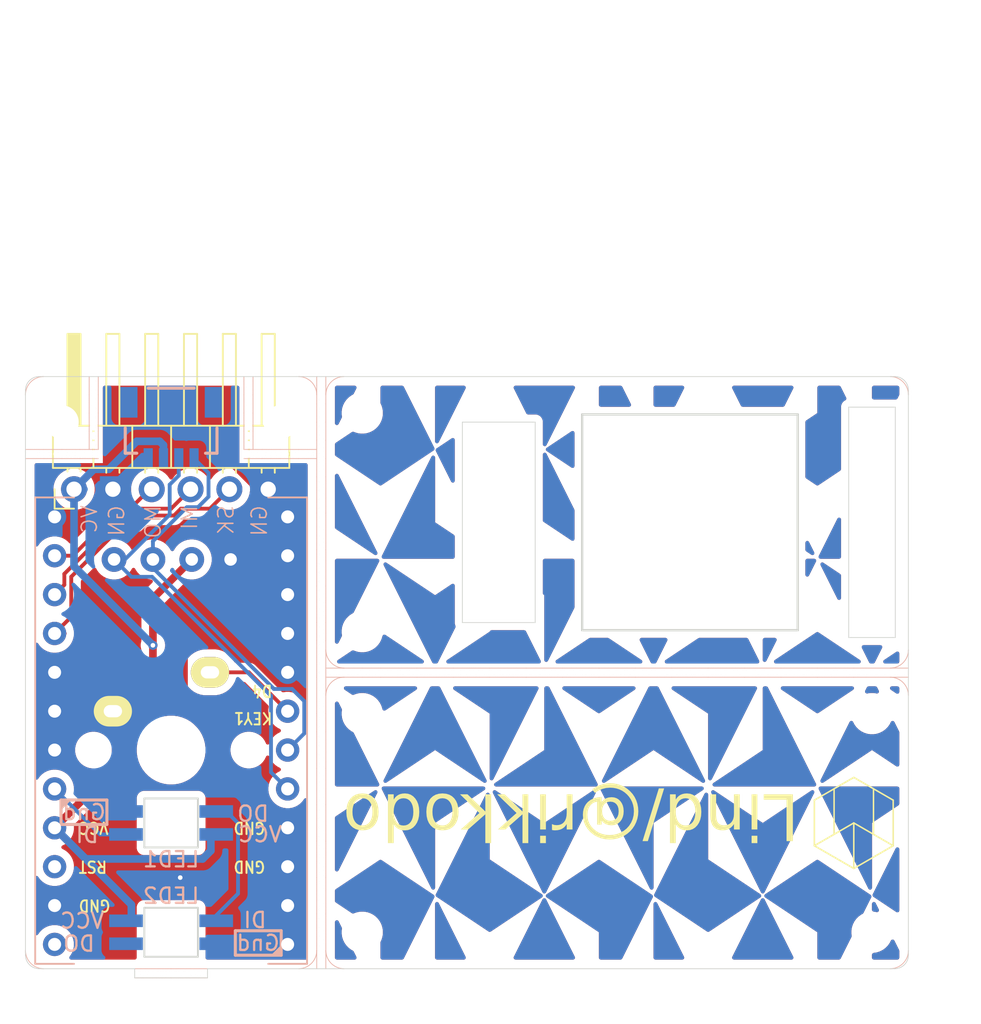
<source format=kicad_pcb>
(kicad_pcb (version 20241229) (generator "pcbnew") (generator_version "9.0")
  (layers (0 "F.Cu" signal) (2 "B.Cu" signal) (13 "F.Paste" user) (15 "B.Paste" user) (5 "F.SilkS" user "F.Silkscreen") (7 "B.SilkS" user "B.Silkscreen") (1 "F.Mask" user) (3 "B.Mask" user) (25 "Edge.Cuts" user))
  (net 0 "")
  (net 1 "SCL")
  (net 2 "SDA")
  (net 3 "LED")
  (net 5 "GND")
  (net 6 "VCC")
  (net 7 "KEY1")
  (net 8 "Net-(LED1-DOUT)")
  (net 13 "SCLK")
  (net 14 "MISO")
  (net 15 "MOSI")
  (footprint "Rikkodo_FootPrint:rkd_cutdot_no_edgecut_1" (layer "F.Cu") (at 78.283884 58.340576 -90)
    (property "Reference" "REF**" (hide yes))
    (property "Value" "rkd_cutdot_no_edgecut_1" (hide yes))
  )
  (footprint "Rikkodo_FootPrint:rkd_cutdot_no_edgecut_4" (layer "F.Cu") (at 93.166328 63.103072 90)
    (property "Reference" "REF**" (hide yes))
    (property "Value" "rkd_cutdot_no_edgecut_4" (hide yes))
  )
  (footprint "Rikkodo_FootPrint:rkd_cutdot_no_edgecut_1" (layer "F.Cu") (at 93.166328 57.745264 -90)
    (property "Reference" "REF**" (hide yes))
    (property "Value" "rkd_cutdot_no_edgecut_1" (hide yes))
  )
  (footprint "Connector_PinHeader_2.54mm:PinHeader_1x06_P2.54mm_Horizontal" (layer "F.Cu") (at 76.99375 61.535 90)
    (property "Reference" "J1" (hide yes))
    (property "Value" "Conn_01x06")
  )
  (footprint "Rikkodo_FootPrint:rkd_cutdot_no_edgecut_4" (layer "F.Cu") (at 93.166328 79.771808 90)
    (property "Reference" "REF**" (hide yes))
    (property "Value" "rkd_cutdot_no_edgecut_4" (hide yes))
  )
  (footprint "Rikkodo_FootPrint:rkd_cutdot_no_edgecut_4" (layer "F.Cu") (at 93.165616 73.818461 90)
    (property "Reference" "REF**" (hide yes))
    (property "Value" "rkd_cutdot_no_edgecut_4" (hide yes))
  )
  (footprint "Rikkodo_FootPrint:rkd_cutdot_no_edgecut_1" (layer "F.Cu") (at 74.414 59.233544 180)
    (property "Reference" "REF**" (hide yes))
    (property "Value" "rkd_cutdot_no_edgecut_1" (hide yes))
  )
  (footprint "Rikkodo_FootPrint:rkd_cutdot_no_edgecut_4" (layer "F.Cu") (at 93.166328 84.534304 90)
    (property "Reference" "REF**" (hide yes))
    (property "Value" "rkd_cutdot_no_edgecut_4" (hide yes))
  )
  (footprint "kbd_Hole:m2_Screw_Hole" (layer "F.Cu") (at 95.845214 90.487564 90)
    (property "Reference" "Ref**")
    (property "Value" "Val**")
  )
  (footprint "kbd_Hole:m2_Screw_Hole" (layer "F.Cu") (at 129.182921 90.487576 90)
    (property "Reference" "Ref**")
    (property "Value" "Val**")
  )
  (footprint "Rikkodo_FootPrint:rkd_cutdot_no_edgecut_1" (layer "F.Cu") (at 88.403832 55.959328 -90)
    (property "Reference" "REF**" (hide yes))
    (property "Value" "rkd_cutdot_no_edgecut_1" (hide yes))
  )
  (footprint "Rikkodo_FootPrint:rkd_cutdot_no_edgecut_1" (layer "F.Cu") (at 93.166328 70.842128 90)
    (property "Reference" "REF**" (hide yes))
    (property "Value" "rkd_cutdot_no_edgecut_1" (hide yes))
  )
  (footprint "kbd_Parts:LED_SK6812MINI-E_BL" (layer "F.Cu") (at 83.34375 83.34375)
    (property "Reference" "LED1")
    (property "Value" "LED_SK6812MINI-E")
    (fp_line (start -1.75 -1.6) (end 1.75 -1.6) (stroke (width 0.12)) (layer "Edge.Cuts"))
    (fp_line (start -1.75 1.6) (end -1.75 -1.6) (stroke (width 0.12)) (layer "Edge.Cuts"))
    (fp_line (start 1.75 -1.6) (end 1.75 1.6) (stroke (width 0.12)) (layer "Edge.Cuts"))
    (fp_line (start 1.75 1.6) (end -1.75 1.6) (stroke (width 0.12)) (layer "Edge.Cuts"))
  )
  (footprint "Rikkodo_FootPrint:rkd_cutdot_no_edgecut_1" (layer "F.Cu") (at 96.440544 73.521032 180)
    (property "Reference" "REF**" (hide yes))
    (property "Value" "rkd_cutdot_no_edgecut_1" (hide yes))
  )
  (footprint "Rikkodo_FootPrint:rkd_cutdot_no_edgecut_1" (layer "F.Cu") (at 130.96864 73.521032)
    (property "Reference" "REF**" (hide yes))
    (property "Value" "rkd_cutdot_no_edgecut_1" (hide yes))
  )
  (footprint "BrownSugar_KBD:OLED_center_display" (layer "F.Cu") (at 83.423125 47.625)
    (property "Reference" "OL1")
    (property "Value" "OLED")
  )
  (footprint "kbd_Hole:m2_Screw_Hole" (layer "F.Cu") (at 95.845214 56.554634 90)
    (property "Reference" "Ref**")
    (property "Value" "Val**")
  )
  (footprint "Rikkodo_FootPrint:rkd_cutdot_no_edgecut_1" (layer "F.Cu") (at 95.24992 73.521032 180)
    (property "Reference" "REF**" (hide yes))
    (property "Value" "rkd_cutdot_no_edgecut_1" (hide yes))
  )
  (footprint "Rikkodo_FootPrint:rkd_cutdot_no_edgecut_1" (layer "F.Cu") (at 93.166328 76.795248 -90)
    (property "Reference" "REF**" (hide yes))
    (property "Value" "rkd_cutdot_no_edgecut_1" (hide yes))
  )
  (footprint "Rikkodo_FootPrint:rkd_cutdot_no_edgecut_1" (layer "F.Cu") (at 92.273718 59.233544 180)
    (property "Reference" "REF**" (hide yes))
    (property "Value" "rkd_cutdot_no_edgecut_1" (hide yes))
  )
  (footprint "Rikkodo_FootPrint:rkd_cutdot_no_edgecut_1" (layer "F.Cu") (at 88.403832 54.768704 -90)
    (property "Reference" "REF**" (hide yes))
    (property "Value" "rkd_cutdot_no_edgecut_1" (hide yes))
  )
  (footprint "kbd_Parts:LED_SK6812MINI-E_BL" (layer "F.Cu") (at 83.34375 90.4875 180)
    (property "Reference" "LED2")
    (property "Value" "LED_SK6812MINI-E")
    (fp_line (start 1.75 1.6) (end -1.75 1.6) (stroke (width 0.12)) (layer "Edge.Cuts"))
    (fp_line (start 1.75 -1.6) (end 1.75 1.6) (stroke (width 0.12)) (layer "Edge.Cuts"))
    (fp_line (start -1.75 1.6) (end -1.75 -1.6) (stroke (width 0.12)) (layer "Edge.Cuts"))
    (fp_line (start -1.75 -1.6) (end 1.75 -1.6) (stroke (width 0.12)) (layer "Edge.Cuts"))
  )
  (footprint "Rikkodo_FootPrint:rkd_cutdot_no_edgecut_4" (layer "F.Cu") (at 118.467088 73.521032)
    (property "Reference" "REF**" (hide yes))
    (property "Value" "rkd_cutdot_no_edgecut_4" (hide yes))
  )
  (footprint "Rikkodo_FootPrint:rkd_cutdot_no_edgecut_1" (layer "F.Cu") (at 93.166328 56.55464 -90)
    (property "Reference" "REF**" (hide yes))
    (property "Value" "rkd_cutdot_no_edgecut_1" (hide yes))
  )
  (footprint "Rikkodo_FootPrint:rkd_cutdot_no_edgecut_1" (layer "F.Cu") (at 78.283884 57.149952 -90)
    (property "Reference" "REF**" (hide yes))
    (property "Value" "rkd_cutdot_no_edgecut_1" (hide yes))
  )
  (footprint "kbd_Hole:m2_Screw_Hole" (layer "F.Cu") (at 129.182921 76.200076 90)
    (property "Reference" "Ref**")
    (property "Value" "Val**")
  )
  (footprint "Rikkodo_FootPrint:rkd_LOGO" (layer "F.Cu") (at 127.99208 83.34368 180)
    (property "Reference" "REF**" (hide yes))
    (property "Value" "rkd_LOGO" (hide yes))
  )
  (footprint "Rikkodo_FootPrint:rkd_cutdot_no_edgecut_4" (layer "F.Cu") (at 127.99208 73.521032)
    (property "Reference" "REF**" (hide yes))
    (property "Value" "rkd_cutdot_no_edgecut_4" (hide yes))
  )
  (footprint "Rikkodo_FootPrint:rkd_cutdot_no_edgecut_1" (layer "F.Cu") (at 89.89247 59.233544 180)
    (property "Reference" "REF**" (hide yes))
    (property "Value" "rkd_cutdot_no_edgecut_1" (hide yes))
  )
  (footprint "Rikkodo_FootPrint:rkd_cutdot_no_edgecut_4" (layer "F.Cu") (at 123.229584 73.521032)
    (property "Reference" "REF**" (hide yes))
    (property "Value" "rkd_cutdot_no_edgecut_4" (hide yes))
  )
  (footprint "Rikkodo_FootPrint:rkd_cutdot_no_edgecut_4" (layer "F.Cu") (at 113.704592 73.521032)
    (property "Reference" "REF**" (hide yes))
    (property "Value" "rkd_cutdot_no_edgecut_4" (hide yes))
  )
  (footprint "kbd_SW:CherryMX_Solder_1u" (layer "F.Cu") (at 83.34375 78.58125)
    (property "Reference" "SW1" (hide yes))
    (property "Value" "SW_Push" (hide yes))
  )
  (footprint "Rikkodo_FootPrint:rkd_cutdot_no_edgecut_1" (layer "F.Cu") (at 76.795248 59.233544 180)
    (property "Reference" "REF**" (hide yes))
    (property "Value" "rkd_cutdot_no_edgecut_1" (hide yes))
  )
  (footprint "Rikkodo_FootPrint:rkd_cutdot_no_edgecut_4" (layer "F.Cu") (at 93.166328 89.2968 90)
    (property "Reference" "REF**" (hide yes))
    (property "Value" "rkd_cutdot_no_edgecut_4" (hide yes))
  )
  (footprint "kbd_Hole:m2_Screw_Hole" (layer "F.Cu") (at 76.199936 57.149952 90)
    (property "Reference" "Ref**")
    (property "Value" "Val**")
  )
  (footprint "Rikkodo_FootPrint:rkd_cutdot_no_edgecut_4" (layer "F.Cu") (at 93.166328 67.865568 90)
    (property "Reference" "REF**" (hide yes))
    (property "Value" "rkd_cutdot_no_edgecut_4" (hide yes))
  )
  (footprint "kbd_Hole:m2_Screw_Hole" (layer "F.Cu") (at 90.4875 57.15 90)
    (property "Reference" "Ref**")
    (property "Value" "Val**")
  )
  (footprint "Rikkodo_FootPrint:rkd_cutdot_no_edgecut_1" (layer "F.Cu") (at 78.283884 55.959328 -90)
    (property "Reference" "REF**" (hide yes))
    (property "Value" "rkd_cutdot_no_edgecut_1" (hide yes))
  )
  (footprint "kbd_Hole:m2_Screw_Hole" (layer "F.Cu") (at 95.845214 70.842134 90)
    (property "Reference" "Ref**")
    (property "Value" "Val**")
  )
  (footprint "Rikkodo_FootPrint:rkd_cutdot_no_edgecut_1_2" (layer "F.Cu") (at 93.166328 54.471048 90)
    (property "Reference" "REF**" (hide yes))
    (property "Value" "rkd_cutdot_no_edgecut_1_2" (hide yes))
  )
  (footprint "Rikkodo_FootPrint:rkd_cutdot_no_edgecut_4" (layer "F.Cu") (at 108.942096 73.521032)
    (property "Reference" "REF**" (hide yes))
    (property "Value" "rkd_cutdot_no_edgecut_4" (hide yes))
  )
  (footprint "Rikkodo_FootPrint:rkd_cutdot_no_edgecut_1" (layer "F.Cu") (at 78.283884 54.768704 -90)
    (property "Reference" "REF**" (hide yes))
    (property "Value" "rkd_cutdot_no_edgecut_1" (hide yes))
  )
  (footprint "Rikkodo_FootPrint:rkd_cutdot_no_edgecut_1" (layer "F.Cu") (at 77.985872 59.233544 180)
    (property "Reference" "REF**" (hide yes))
    (property "Value" "rkd_cutdot_no_edgecut_1" (hide yes))
  )
  (footprint "Rikkodo_FootPrint:rkd_cutdot_no_edgecut_4" (layer "F.Cu") (at 83.343909 93.165617)
    (property "Reference" "REF**" (hide yes))
    (property "Value" "rkd_cutdot_no_edgecut_4" (hide yes))
  )
  (footprint "Rikkodo_FootPrint:rkd_cutdot_no_edgecut_1" (layer "F.Cu") (at 93.166328 58.935888 -90)
    (property "Reference" "REF**" (hide yes))
    (property "Value" "rkd_cutdot_no_edgecut_1" (hide yes))
  )
  (footprint "Rikkodo_FootPrint:rkd_cutdot_no_edgecut_4" (layer "F.Cu") (at 99.417104 73.521032)
    (property "Reference" "REF**" (hide yes))
    (property "Value" "rkd_cutdot_no_edgecut_4" (hide yes))
  )
  (footprint "Rikkodo_FootPrint:rkd_cutdot_no_edgecut_1" (layer "F.Cu") (at 75.604624 59.233544 180)
    (property "Reference" "REF**" (hide yes))
    (property "Value" "rkd_cutdot_no_edgecut_1" (hide yes))
  )
  (footprint "Rikkodo_FootPrint:rkd_cutdot_no_edgecut_1" (layer "F.Cu") (at 88.701846 59.233544 180)
    (property "Reference" "REF**" (hide yes))
    (property "Value" "rkd_cutdot_no_edgecut_1" (hide yes))
  )
  (footprint "kbd_SW_Hole:SW_Hole_1u" (layer "F.Cu") (at 117.276661 63.698491)
    (property "Reference" "SW2" (hide yes))
    (property "Value" "KEY_SWITCH" (hide yes))
    (fp_line (start -7.05 -7.05) (end 7.05 -7.05) (stroke (width 0.15)) (layer "Edge.Cuts"))
    (fp_line (start -7.05 7.05) (end -7.05 -7.05) (stroke (width 0.15)) (layer "Edge.Cuts"))
    (fp_line (start 7.05 -7.05) (end 7.05 7.05) (stroke (width 0.15)) (layer "Edge.Cuts"))
    (fp_line (start 7.05 7.05) (end -7.05 7.05) (stroke (width 0.15)) (layer "Edge.Cuts"))
  )
  (footprint "Rikkodo_FootPrint:rkd_cutdot_no_edgecut_1" (layer "F.Cu") (at 93.166328 92.27336 -90)
    (property "Reference" "REF**" (hide yes))
    (property "Value" "rkd_cutdot_no_edgecut_1" (hide yes))
  )
  (footprint "Rikkodo_FootPrint:rkd_cutdot_no_edgecut_1" (layer "F.Cu") (at 88.403832 58.340576 -90)
    (property "Reference" "REF**" (hide yes))
    (property "Value" "rkd_cutdot_no_edgecut_1" (hide yes))
  )
  (footprint "Rikkodo_FootPrint:rkd_KeyHall_3ox15" (layer "F.Cu") (at 129.182714 63.698384 -90)
    (property "Reference" "LED3" (hide yes))
    (property "Value" "LED_SK6812MINI-E" (hide yes))
    (fp_line (start -7.525 1.525) (end -7.525 -1.525) (stroke (width 0.05)) (layer "Edge.Cuts"))
    (fp_line (start 7.525 1.525) (end -7.525 1.525) (stroke (width 0.05)) (layer "Edge.Cuts"))
    (fp_line (start 7.525 -1.525) (end 7.525 1.525) (stroke (width 0.05)) (layer "Edge.Cuts"))
    (fp_line (start 7.525 -1.525) (end -7.525 -1.525) (stroke (width 0.05)) (layer "Edge.Cuts"))
  )
  (footprint "Rikkodo_FootPrint:rkd_cutdot_no_edgecut_1" (layer "F.Cu") (at 91.083094 59.233544 180)
    (property "Reference" "REF**" (hide yes))
    (property "Value" "rkd_cutdot_no_edgecut_1" (hide yes))
  )
  (footprint "Rikkodo_FootPrint:rkd_cutdot_no_edgecut_1" (layer "F.Cu") (at 88.403832 57.149952 -90)
    (property "Reference" "REF**" (hide yes))
    (property "Value" "rkd_cutdot_no_edgecut_1" (hide yes))
  )
  (footprint "Rikkodo_FootPrint:rkd_cutdot_no_edgecut_4" (layer "F.Cu") (at 104.1796 73.521032)
    (property "Reference" "REF**" (hide yes))
    (property "Value" "rkd_cutdot_no_edgecut_4" (hide yes))
  )
  (footprint "Rikkodo_FootPrint:rkd_cutdot_no_edgecut_1" (layer "F.Cu") (at 93.166328 55.364016 -90)
    (property "Reference" "REF**" (hide yes))
    (property "Value" "rkd_cutdot_no_edgecut_1" (hide yes))
  )
  (footprint "Rikkodo_FootPrint:rkd_cutdot_no_edgecut_1" (layer "F.Cu") (at 94.059296 73.521032)
    (property "Reference" "REF**" (hide yes))
    (property "Value" "rkd_cutdot_no_edgecut_1" (hide yes))
  )
  (footprint "Rikkodo_FootPrint:rkd_cutdot_no_edgecut_1" (layer "F.Cu") (at 93.166328 60.126512 -90)
    (property "Reference" "REF**" (hide yes))
    (property "Value" "rkd_cutdot_no_edgecut_1" (hide yes))
  )
  (footprint "kbd_Hole:m2_Screw_Hole" (layer "F.Cu") (at 95.845214 76.200064 90)
    (property "Reference" "Ref**")
    (property "Value" "Val**")
  )
  (footprint "SparkFun-Connector:JST_SMD_1.0mm-4_Black" (layer "B.Cu") (at 83.34375 59.53125)
    (property "Reference" "J3")
    (property "Value" "Qwiic_RA")
  )
  (footprint "BrownSugar_KBD:ProMicro_r" (layer "B.Cu") (at 83.34375 78.58125)
    (property "Reference" "U1" (hide yes))
    (property "Value" "ProMicro" (hide yes))
  )
  (gr_arc (start 92.86875 91.678125) (mid 92.520024 92.520024) (end 91.678125 92.86875) (stroke (width 0.05)) (layer "B.SilkS"))
  (gr_arc (start 91.678048 54.173392) (mid 92.519947 54.522118) (end 92.868673 55.364017) (stroke (width 0.05)) (layer "B.SilkS"))
  (gr_arc (start 94.654767 73.223498) (mid 93.812868 72.874772) (end 93.464142 72.032873) (stroke (width 0.05)) (layer "B.SilkS"))
  (gr_arc (start 130.373547 73.818813) (mid 131.215446 74.167539) (end 131.564172 75.009438) (stroke (width 0.05)) (layer "B.SilkS"))
  (gr_arc (start 131.564172 72.032873) (mid 131.215446 72.874772) (end 130.373547 73.223498) (stroke (width 0.05)) (layer "B.SilkS"))
  (gr_arc (start 94.654767 92.868827) (mid 93.812868 92.520101) (end 93.464142 91.678202) (stroke (width 0.05)) (layer "B.SilkS"))
  (gr_arc (start 131.564172 91.6782) (mid 131.211721 92.523747) (end 130.363149 92.868848) (stroke (width 0.05)) (layer "B.SilkS"))
  (gr_arc (start 93.464142 75.009438) (mid 93.812868 74.167539) (end 94.654767 73.818813) (stroke (width 0.05)) (layer "B.SilkS"))
  (gr_arc (start 93.464032 55.3641) (mid 93.809103 54.525808) (end 94.644373 54.173484) (stroke (width 0.05)) (layer "B.SilkS"))
  (gr_arc (start 130.373547 54.173484) (mid 131.215446 54.52221) (end 131.564172 55.364109) (stroke (width 0.05)) (layer "B.SilkS"))
  (gr_arc (start 73.818813 55.364108) (mid 74.167539 54.522209) (end 75.009438 54.173483) (stroke (width 0.05)) (layer "B.SilkS"))
  (gr_arc (start 75.009375 92.86875) (mid 74.167476 92.520024) (end 73.81875 91.678125) (stroke (width 0.05)) (layer "B.SilkS"))
  (gr_line (start 131.563952 55.0764) (end 131.564174 91.975859) (stroke (width 0.05)) (layer "Edge.Cuts"))
  (gr_arc (start 74.711656 92.868672) (mid 74.080232 92.607128) (end 73.818688 91.975704) (stroke (width 0.05)) (layer "Edge.Cuts"))
  (gr_line (start 85.724928 93.463984) (end 85.724928 92.868637) (stroke (width 0.05)) (layer "Edge.Cuts"))
  (gr_line (start 80.962432 93.463984) (end 85.724928 93.463984) (stroke (width 0.05)) (layer "Edge.Cuts"))
  (gr_arc (start 73.818688 55.06636) (mid 74.080232 54.434936) (end 74.711656 54.173392) (stroke (width 0.05)) (layer "Edge.Cuts"))
  (gr_line (start 80.962432 92.868672) (end 80.962432 93.463984) (stroke (width 0.05)) (layer "Edge.Cuts"))
  (gr_line (start 102.39375 57.15) (end 107.15625 57.15) (stroke (width 0.05)) (layer "Edge.Cuts"))
  (gr_line (start 85.724928 92.868637) (end 130.664319 92.868827) (stroke (width 0.05)) (layer "Edge.Cuts"))
  (gr_line (start 102.39375 57.15) (end 102.39375 70.246875) (stroke (width 0.05)) (layer "Edge.Cuts"))
  (gr_line (start 73.818688 55.06636) (end 73.818751 91.969291) (stroke (width 0.05)) (layer "Edge.Cuts"))
  (gr_arc (start 130.670984 54.173392) (mid 131.305947 54.438496) (end 131.563896 55.076399) (stroke (width 0.05)) (layer "Edge.Cuts"))
  (gr_line (start 80.962432 92.868672) (end 74.7117 92.868672) (stroke (width 0.05)) (layer "Edge.Cuts"))
  (gr_line (start 102.39375 70.246875) (end 107.15625 70.246875) (stroke (width 0.05)) (layer "Edge.Cuts"))
  (gr_line (start 107.15625 57.15) (end 107.15625 70.246875) (stroke (width 0.05)) (layer "Edge.Cuts"))
  (gr_line (start 74.711656 54.173389) (end 130.670984 54.173392) (stroke (width 0.05)) (layer "Edge.Cuts"))
  (gr_arc (start 131.563952 91.975859) (mid 131.302408 92.607283) (end 130.670984 92.868827) (stroke (width 0.05)) (layer "Edge.Cuts"))
  (gr_text "Lind/@rikkodo" (at 124.420205 80.96243 180) (layer "F.SilkS") (effects (font (size 3 3) (thickness 0.1)) (justify left bottom)))
  (gr_text "KEY1" (at 88.701488 76.497592 180) (layer "F.SilkS") (effects (font (size 0.75 0.67) (thickness 0.125))))
  (gr_text "D4" (at 89.2968 74.711656 180) (layer "F.SilkS") (effects (font (size 0.75 0.67) (thickness 0.125))))
  (gr_text "GN" (at 80.367255 62.507865 90) (layer "B.SilkS") (effects (font (size 1 1) (thickness 0.1)) (justify left bottom mirror)))
  (gr_text "GN" (at 89.69375 62.507865 90) (layer "B.SilkS") (effects (font (size 1 1) (thickness 0.1)) (justify left bottom mirror)))
  (gr_text "MO" (at 82.748507 62.507865 90) (layer "B.SilkS") (effects (font (size 1 1) (thickness 0.1)) (justify left bottom mirror)))
  (gr_text "VC" (at 78.581316 62.507865 90) (layer "B.SilkS") (effects (font (size 1 1) (thickness 0.1)) (justify left bottom mirror)))
  (gr_text "SK" (at 87.511011 62.507865 90) (layer "B.SilkS") (effects (font (size 1 1) (thickness 0.1)) (justify left bottom mirror)))
  (gr_text "MI" (at 85.129759 62.507865 90) (layer "B.SilkS") (effects (font (size 1 1) (thickness 0.1)) (justify left bottom mirror)))
  (segment (start 85.78975 60.47725) (end 85.78975 62.022116) (width 0.25) (layer "B.Cu") (net 1))
  (segment (start 85.78975 62.022116) (end 85.100866 62.711) (width 0.25) (layer "B.Cu") (net 1))
  (segment (start 85.100866 62.711) (end 84.373562 62.711) (width 0.25) (layer "B.Cu") (net 1))
  (segment (start 84.84375 59.53125) (end 85.78975 60.47725) (width 0.25) (layer "B.Cu") (net 1))
  (segment (start 92.05175 77.49325) (end 90.96375 78.58125) (width 0.25) (layer "B.Cu") (net 1))
  (segment (start 90.067375 74.58925) (end 91.258 74.58925) (width 0.25) (layer "B.Cu") (net 1))
  (segment (start 82.153125 66.675) (end 90.067375 74.58925) (width 0.25) (layer "B.Cu") (net 1))
  (segment (start 82.153125 64.931437) (end 82.153125 66.125) (width 0.25) (layer "B.Cu") (net 1))
  (segment (start 91.258 74.58925) (end 92.05175 75.383) (width 0.25) (layer "B.Cu") (net 1))
  (segment (start 92.05175 75.383) (end 92.05175 77.49325) (width 0.25) (layer "B.Cu") (net 1))
  (segment (start 82.153125 66.125) (end 82.153125 66.675) (width 0.25) (layer "B.Cu") (net 1))
  (segment (start 84.373562 62.711) (end 82.153125 64.931437) (width 0.25) (layer "B.Cu") (net 1))
  (segment (start 83.84375 59.53125) (end 83.84375 60.641884) (width 0.25) (layer "B.Cu") (net 2))
  (segment (start 89.87575 75.035435) (end 82.101315 67.261) (width 0.25) (layer "B.Cu") (net 2))
  (segment (start 82.101315 67.261) (end 80.749125 67.261) (width 0.25) (layer "B.Cu") (net 2))
  (segment (start 80.749125 67.261) (end 79.613125 66.125) (width 0.25) (layer "B.Cu") (net 2))
  (segment (start 83.84375 60.641884) (end 83.24975 61.235884) (width 0.25) (layer "B.Cu") (net 2))
  (segment (start 83.24975 63.197002) (end 80.321752 66.125) (width 0.25) (layer "B.Cu") (net 2))
  (segment (start 80.321752 66.125) (end 79.613125 66.125) (width 0.25) (layer "B.Cu") (net 2))
  (segment (start 83.24975 61.235884) (end 83.24975 63.197002) (width 0.25) (layer "B.Cu") (net 2))
  (segment (start 89.87575 80.03325) (end 89.87575 75.035435) (width 0.25) (layer "B.Cu") (net 2))
  (segment (start 90.96375 81.12125) (end 89.87575 80.03325) (width 0.25) (layer "B.Cu") (net 2))
  (segment (start 78.69625 84.09375) (end 80.74375 84.09375) (width 0.25) (layer "B.Cu") (net 3))
  (segment (start 75.72375 81.12125) (end 78.69625 84.09375) (width 0.25) (layer "B.Cu") (net 3))
  (segment (start 89.047926 61.535) (end 89.69375 61.535) (width 0.5) (layer "F.Cu") (net 5))
  (segment (start 87.233125 63.995625) (end 89.69375 61.535) (width 0.5) (layer "F.Cu") (net 5))
  (segment (start 75.72375 88.74125) (end 78.26375 86.20125) (width 0.5) (layer "F.Cu") (net 5))
  (segment (start 87.233125 66.125) (end 84.18275 69.175375) (width 0.5) (layer "F.Cu") (net 5))
  (segment (start 86.97275 78.673302) (end 86.97275 79.67025) (width 0.5) (layer "F.Cu") (net 5))
  (segment (start 90.96375 83.66125) (end 90.96375 86.20125) (width 0.5) (layer "F.Cu") (net 5))
  (segment (start 87.233125 66.125) (end 87.233125 63.995625) (width 0.5) (layer "F.Cu") (net 5))
  (segment (start 84.18275 69.175375) (end 84.18275 75.883302) (width 0.5) (layer "F.Cu") (net 5))
  (segment (start 87.35525 59.842324) (end 89.047926 61.535) (width 0.5) (layer "F.Cu") (net 5))
  (segment (start 86.97275 79.67025) (end 90.96375 83.66125) (width 0.5) (layer "F.Cu") (net 5))
  (segment (start 84.18275 75.883302) (end 86.97275 78.673302) (width 0.5) (layer "F.Cu") (net 5))
  (segment (start 81.226426 59.842324) (end 87.35525 59.842324) (width 0.5) (layer "F.Cu") (net 5))
  (segment (start 78.26375 86.20125) (end 90.96375 86.20125) (width 0.5) (layer "F.Cu") (net 5))
  (segment (start 79.53375 61.535) (end 81.226426 59.842324) (width 0.5) (layer "F.Cu") (net 5))
  (via (at 83.939133 86.915698) (size 0.6) (drill 0.3) (layers "F.Cu" "B.Cu") (net 5))
  (segment (start 80.74375 82.59375) (end 80.74375 77.25125) (width 0.5) (layer "B.Cu") (net 5))
  (segment (start 85.84475 79.617198) (end 90.96375 84.736198) (width 0.5) (layer "B.Cu") (net 5))
  (segment (start 79.53375 76.04125) (end 84.340698 76.04125) (width 0.5) (layer "B.Cu") (net 5))
  (segment (start 85.94375 91.2375) (end 87.35625 91.2375) (width 0.5) (layer "B.Cu") (net 5))
  (segment (start 81.84375 59.53125) (end 81.5375 59.53125) (width 0.5) (layer "B.Cu") (net 5))
  (segment (start 90.96375 84.736198) (end 90.96375 86.20125) (width 0.5) (layer "B.Cu") (net 5))
  (segment (start 85.84475 77.545302) (end 85.84475 79.617198) (width 0.5) (layer "B.Cu") (net 5))
  (segment (start 89.75075 87.41425) (end 90.96375 86.20125) (width 0.5) (layer "B.Cu") (net 5))
  (segment (start 87.35625 91.2375) (end 89.75075 88.843) (width 0.5) (layer "B.Cu") (net 5))
  (segment (start 80.74375 77.25125) (end 79.53375 76.04125) (width 0.5) (layer "B.Cu") (net 5))
  (segment (start 81.5375 59.53125) (end 79.53375 61.535) (width 0.5) (layer "B.Cu") (net 5))
  (segment (start 84.340698 76.04125) (end 85.84475 77.545302) (width 0.5) (layer "B.Cu") (net 5))
  (segment (start 89.75075 88.843) (end 89.75075 87.41425) (width 0.5) (layer "B.Cu") (net 5))
  (segment (start 79.71475 78.162274) (end 82.153125 75.723899) (width 0.5) (layer "F.Cu") (net 6))
  (segment (start 79.71475 79.67025) (end 79.71475 78.162274) (width 0.5) (layer "F.Cu") (net 6))
  (segment (start 75.72375 83.66125) (end 79.71475 79.67025) (width 0.5) (layer "F.Cu") (net 6))
  (segment (start 82.153125 75.723899) (end 82.153125 68.665) (width 0.5) (layer "F.Cu") (net 6))
  (segment (start 82.153125 68.665) (end 84.693125 66.125) (width 0.5) (layer "F.Cu") (net 6))
  (via (at 82.153056 71.735096) (size 0.6) (drill 0.3) (layers "F.Cu" "B.Cu") (net 6))
  (segment (start 81.09275 58.40525) (end 82.59475 58.40525) (width 0.5) (layer "B.Cu") (net 6))
  (segment (start 85.94375 85.155824) (end 85.404824 85.69475) (width 0.5) (layer "B.Cu") (net 6))
  (segment (start 85.94375 84.09375) (end 86.31625 84.09375) (width 0.5) (layer "B.Cu") (net 6))
  (segment (start 78.29475 60.234) (end 79.264 60.234) (width 0.5) (layer "B.Cu") (net 6))
  (segment (start 79.264 60.234) (end 81.09275 58.40525) (width 0.5) (layer "B.Cu") (net 6))
  (segment (start 77.639574 61.535) (end 76.99375 61.535) (width 0.5) (layer "B.Cu") (net 6))
  (segment (start 76.99375 66.57579) (end 82.153056 71.735096) (width 0.5) (layer "B.Cu") (net 6))
  (segment (start 76.99375 61.535) (end 78.29475 60.234) (width 0.5) (layer "B.Cu") (net 6))
  (segment (start 85.94375 84.09375) (end 85.94375 85.155824) (width 0.5) (layer "B.Cu") (net 6))
  (segment (start 82.84375 59.53125) (end 82.84375 58.65425) (width 0.5) (layer "B.Cu") (net 6))
  (segment (start 82.84375 58.65425) (end 82.59475 58.40525) (width 0.5) (layer "B.Cu") (net 6))
  (segment (start 80.74375 88.68125) (end 80.74375 89.7375) (width 0.5) (layer "B.Cu") (net 6))
  (segment (start 85.404824 85.69475) (end 77.75725 85.69475) (width 0.5) (layer "B.Cu") (net 6))
  (segment (start 75.72375 83.66125) (end 80.74375 88.68125) (width 0.5) (layer "B.Cu") (net 6))
  (segment (start 77.75725 85.69475) (end 75.72375 83.66125) (width 0.5) (layer "B.Cu") (net 6))
  (segment (start 76.99375 61.535) (end 76.99375 66.57579) (width 0.5) (layer "B.Cu") (net 6))
  (segment (start 88.42375 73.50125) (end 90.96375 76.04125) (width 0.25) (layer "F.Cu") (net 7))
  (segment (start 85.88375 73.50125) (end 88.42375 73.50125) (width 0.25) (layer "F.Cu") (net 7))
  (segment (start 86.95575 82.59375) (end 87.71975 83.35775) (width 0.25) (layer "B.Cu") (net 8))
  (segment (start 87.71975 87.9615) (end 85.94375 89.7375) (width 0.25) (layer "B.Cu") (net 8))
  (segment (start 87.71975 83.35775) (end 87.71975 87.9615) (width 0.25) (layer "B.Cu") (net 8))
  (segment (start 85.94375 82.59375) (end 86.95575 82.59375) (width 0.25) (layer "B.Cu") (net 8))
  (segment (start 80.329147 63.736357) (end 76.81175 67.253754) (width 0.25) (layer "F.Cu") (net 13))
  (segment (start 83.98149 62.805416) (end 85.883334 62.805416) (width 0.25) (layer "F.Cu") (net 13))
  (segment (start 76.81175 69.87325) (end 75.72375 70.96125) (width 0.25) (layer "F.Cu") (net 13))
  (segment (start 81.497066 63.256416) (end 83.53049 63.256416) (width 0.25) (layer "F.Cu") (net 13))
  (segment (start 76.81175 67.253754) (end 76.81175 69.87325) (width 0.25) (layer "F.Cu") (net 13))
  (segment (start 83.53049 63.256416) (end 83.98149 62.805416) (width 0.25) (layer "F.Cu") (net 13))
  (segment (start 85.883334 62.805416) (end 87.15375 61.535) (width 0.25) (layer "F.Cu") (net 13))
  (segment (start 81.017125 63.736357) (end 81.497066 63.256416) (width 0.25) (layer "F.Cu") (net 13))
  (segment (start 75.72375 70.96125) (end 76.383422 70.96125) (width 0.25) (layer "F.Cu") (net 13))
  (segment (start 81.017125 63.736357) (end 80.329147 63.736357) (width 0.25) (layer "F.Cu") (net 13))
  (segment (start 80.830315 63.285357) (end 80.142337 63.285357) (width 0.25) (layer "F.Cu") (net 14))
  (segment (start 83.34368 62.805416) (end 81.310256 62.805416) (width 0.25) (layer "F.Cu") (net 14))
  (segment (start 80.142337 63.285357) (end 76.36075 67.066944) (width 0.25) (layer "F.Cu") (net 14))
  (segment (start 84.61375 61.535) (end 84.61375 61.535346) (width 0.25) (layer "F.Cu") (net 14))
  (segment (start 81.310256 62.805416) (end 80.830315 63.285357) (width 0.25) (layer "F.Cu") (net 14))
  (segment (start 84.61375 61.535346) (end 83.34368 62.805416) (width 0.25) (layer "F.Cu") (net 14))
  (segment (start 76.36075 67.78425) (end 75.72375 68.42125) (width 0.25) (layer "F.Cu") (net 14))
  (segment (start 76.36075 67.066944) (end 76.36075 67.78425) (width 0.25) (layer "F.Cu") (net 14))
  (segment (start 79.955527 62.834357) (end 76.908634 65.88125) (width 0.25) (layer "F.Cu") (net 15))
  (segment (start 80.643505 62.834357) (end 79.955527 62.834357) (width 0.25) (layer "F.Cu") (net 15))
  (segment (start 82.07375 61.535) (end 81.942862 61.535) (width 0.25) (layer "F.Cu") (net 15))
  (segment (start 76.908634 65.88125) (end 75.72375 65.88125) (width 0.25) (layer "F.Cu") (net 15))
  (segment (start 81.942862 61.535) (end 80.643505 62.834357) (width 0.25) (layer "F.Cu") (net 15))
  (segment (start 75.72375 65.88125) (end 75.876384 65.88125) (width 0.25) (layer "B.Cu") (net 15))
  (zone (net 0) (net_name "") (layers "F.Cu" "B.Cu") (name "deco") (connect_pads (clearance 0)) (min_thickness 0.25)
    (keepout (tracks allowed) (vias allowed) (pads allowed) (copperpour not_allowed) (footprints allowed))
    (fill (thermal_gap 0.5) (thermal_bridge_width 0.5))
    (polygon (pts (xy 104.179595 80.962793) (xy 100.60772 83.344043) (xy 100.60772 88.106543)))
  )
  (zone (net 0) (net_name "") (layers "F.Cu" "B.Cu") (name "deco") (connect_pads (clearance 0)) (min_thickness 0.25)
    (keepout (tracks allowed) (vias allowed) (pads allowed) (copperpour not_allowed) (footprints allowed))
    (fill (thermal_gap 0.5) (thermal_bridge_width 0.5))
    (polygon (pts (xy 118.467265 66.079733) (xy 114.89539 68.460983) (xy 111.323515 66.079733)))
  )
  (zone (net 0) (net_name "") (layers "F.Cu" "B.Cu") (name "deco") (connect_pads (clearance 0)) (min_thickness 0.25)
    (keepout (tracks allowed) (vias allowed) (pads allowed) (copperpour not_allowed) (footprints allowed))
    (fill (thermal_gap 0.5) (thermal_bridge_width 0.5))
    (polygon (pts (xy 126.802021 54.173917) (xy 129.183097 54.173702) (xy 129.183097 58.936202)))
  )
  (zone (net 0) (net_name "") (layers "F.Cu" "B.Cu") (name "deco") (connect_pads (clearance 0)) (min_thickness 0.25)
    (keepout (tracks allowed) (vias allowed) (pads allowed) (copperpour not_allowed) (footprints allowed))
    (fill (thermal_gap 0.5) (thermal_bridge_width 0.5))
    (polygon (pts (xy 118.467265 66.079733) (xy 122.03914 68.460983) (xy 122.03914 73.223483)))
  )
  (zone (net 0) (net_name "") (layers "F.Cu" "B.Cu") (name "deco") (connect_pads (clearance 0)) (min_thickness 0.25)
    (keepout (tracks allowed) (vias allowed) (pads allowed) (copperpour not_allowed) (footprints allowed))
    (fill (thermal_gap 0.5) (thermal_bridge_width 0.5))
    (polygon (pts (xy 129.183097 58.936202) (xy 132.754972 56.554952) (xy 136.326847 58.936202) (xy 133.945777 54.173917) (xy 131.564525 54.173917)))
  )
  (zone (net 0) (net_name "") (layers "F.Cu" "B.Cu") (name "deco") (connect_pads (clearance 0)) (min_thickness 0.25)
    (keepout (tracks allowed) (vias allowed) (pads allowed) (copperpour not_allowed) (footprints allowed))
    (fill (thermal_gap 0.5) (thermal_bridge_width 0.5))
    (polygon (pts (xy 118.467095 80.962793) (xy 122.03897 78.581543) (xy 122.03897 73.819043)))
  )
  (zone (net 0) (net_name "") (layers "F.Cu" "B.Cu") (name "deco") (connect_pads (clearance 0)) (min_thickness 0.25)
    (keepout (tracks allowed) (vias allowed) (pads allowed) (copperpour not_allowed) (footprints allowed))
    (fill (thermal_gap 0.5) (thermal_bridge_width 0.5))
    (polygon (pts (xy 112.514315 54.173698) (xy 114.895391 54.173483) (xy 114.895391 58.935983)))
  )
  (zone (net 0) (net_name "") (layers "F.Cu" "B.Cu") (name "deco") (connect_pads (clearance 0)) (min_thickness 0.25)
    (keepout (tracks allowed) (vias allowed) (pads allowed) (copperpour not_allowed) (footprints allowed))
    (fill (thermal_gap 0.5) (thermal_bridge_width 0.5))
    (polygon (pts (xy 132.754765 70.842233) (xy 129.18289 73.223483) (xy 132.754765 66.079733)))
  )
  (zone (net 0) (net_name "") (layers "F.Cu" "B.Cu") (name "deco") (connect_pads (clearance 0)) (min_thickness 0.25)
    (keepout (tracks allowed) (vias allowed) (pads allowed) (copperpour not_allowed) (footprints allowed))
    (fill (thermal_gap 0.5) (thermal_bridge_width 0.5))
    (polygon (pts (xy 104.179765 66.079733) (xy 100.60789 63.698483) (xy 100.60789 58.935983)))
  )
  (zone (net 0) (net_name "") (layers "F.Cu" "B.Cu") (name "deco") (connect_pads (clearance 0)) (min_thickness 0.25)
    (keepout (tracks allowed) (vias allowed) (pads allowed) (copperpour not_allowed) (footprints allowed))
    (fill (thermal_gap 0.5) (thermal_bridge_width 0.5))
    (polygon (pts (xy 118.467265 66.079733) (xy 122.03914 63.698483) (xy 125.611015 66.079733)))
  )
  (zone (net 0) (net_name "") (layers "F.Cu" "B.Cu") (name "deco") (connect_pads (clearance 0)) (min_thickness 0.25)
    (keepout (tracks allowed) (vias allowed) (pads allowed) (copperpour not_allowed) (footprints allowed))
    (fill (thermal_gap 0.5) (thermal_bridge_width 0.5))
    (polygon (pts (xy 100.607891 58.935983) (xy 97.036016 61.317233) (xy 93.464142 58.935983) (xy 97.036016 66.079732)))
  )
  (zone (net 0) (net_name "") (layers "F.Cu" "B.Cu") (name "deco") (connect_pads (clearance 0)) (min_thickness 0.25)
    (keepout (tracks allowed) (vias allowed) (pads allowed) (copperpour not_allowed) (footprints allowed))
    (fill (thermal_gap 0.5) (thermal_bridge_width 0.5))
    (polygon (pts (xy 114.895221 88.106543) (xy 118.467096 90.487793) (xy 122.038971 88.106543) (xy 119.657901 92.868828) (xy 117.276649 92.868828)))
  )
  (zone (net 0) (net_name "") (layers "F.Cu" "B.Cu") (name "deco") (connect_pads (clearance 0)) (min_thickness 0.25)
    (keepout (tracks allowed) (vias allowed) (pads allowed) (copperpour not_allowed) (footprints allowed))
    (fill (thermal_gap 0.5) (thermal_bridge_width 0.5))
    (polygon (pts (xy 129.182927 88.106324) (xy 132.754802 90.487574) (xy 136.326677 88.106324) (xy 133.945607 92.868609) (xy 131.564355 92.868609)))
  )
  (zone (net 0) (net_name "") (layers "F.Cu" "B.Cu") (name "deco") (connect_pads (clearance 0)) (min_thickness 0.25)
    (keepout (tracks allowed) (vias allowed) (pads allowed) (copperpour not_allowed) (footprints allowed))
    (fill (thermal_gap 0.5) (thermal_bridge_width 0.5))
    (polygon (pts (xy 104.179765 70.842233) (xy 100.60789 73.223483) (xy 104.179765 66.079733)))
  )
  (zone (net 0) (net_name "") (layers "F.Cu" "B.Cu") (name "deco") (connect_pads (clearance 0)) (min_thickness 0.25)
    (keepout (tracks allowed) (vias allowed) (pads allowed) (copperpour not_allowed) (footprints allowed))
    (fill (thermal_gap 0.5) (thermal_bridge_width 0.5))
    (polygon (pts (xy 104.179595 80.962793) (xy 100.60772 78.581543) (xy 97.035845 80.962793)))
  )
  (zone (net 0) (net_name "") (layers "F.Cu" "B.Cu") (name "deco") (connect_pads (clearance 0)) (min_thickness 0.25)
    (keepout (tracks allowed) (vias allowed) (pads allowed) (copperpour not_allowed) (footprints allowed))
    (fill (thermal_gap 0.5) (thermal_bridge_width 0.5))
    (polygon (pts (xy 100.607721 88.106543) (xy 97.035846 85.725293) (xy 93.463972 88.106543) (xy 97.035846 80.962794)))
  )
  (zone (net 0) (net_name "") (layers "F.Cu" "B.Cu") (name "deco") (connect_pads (clearance 0)) (min_thickness 0.25)
    (keepout (tracks allowed) (vias allowed) (pads allowed) (copperpour not_allowed) (footprints allowed))
    (fill (thermal_gap 0.5) (thermal_bridge_width 0.5))
    (polygon (pts (xy 132.754595 80.962793) (xy 129.18272 83.344043) (xy 129.18272 88.106543)))
  )
  (zone (net 0) (net_name "") (layers "F.Cu" "B.Cu") (name "deco") (connect_pads (clearance 0)) (min_thickness 0.25)
    (keepout (tracks allowed) (vias allowed) (pads allowed) (copperpour not_allowed) (footprints allowed))
    (fill (thermal_gap 0.5) (thermal_bridge_width 0.5))
    (polygon (pts (xy 93.464141 73.223483) (xy 97.036016 70.842233) (xy 100.607891 73.223483) (xy 97.036016 66.079733)))
  )
  (zone (net 0) (net_name "") (layers "F.Cu" "B.Cu") (name "deco") (connect_pads (clearance 0)) (min_thickness 0.25)
    (keepout (tracks allowed) (vias allowed) (pads allowed) (copperpour not_allowed) (footprints allowed))
    (fill (thermal_gap 0.5) (thermal_bridge_width 0.5))
    (polygon (pts (xy 93.464311 66.079733) (xy 93.464141 63.698483) (xy 97.036016 66.079733)))
  )
  (zone (net 0) (net_name "") (layers "F.Cu" "B.Cu") (name "deco") (connect_pads (clearance 0)) (min_thickness 0.25)
    (keepout (tracks allowed) (vias allowed) (pads allowed) (copperpour not_allowed) (footprints allowed))
    (fill (thermal_gap 0.5) (thermal_bridge_width 0.5))
    (polygon (pts (xy 100.607891 58.935983) (xy 104.179766 56.554733) (xy 107.751641 58.935983) (xy 105.370571 54.173698) (xy 102.989319 54.173698)))
  )
  (zone (net 0) (net_name "") (layers "F.Cu" "B.Cu") (name "deco") (connect_pads (clearance 0)) (min_thickness 0.25)
    (keepout (tracks allowed) (vias allowed) (pads allowed) (copperpour not_allowed) (footprints allowed))
    (fill (thermal_gap 0.5) (thermal_bridge_width 0.5))
    (polygon (pts (xy 114.895391 58.935983) (xy 118.467266 56.554733) (xy 122.039141 58.935983) (xy 119.658071 54.173698) (xy 117.276819 54.173698)))
  )
  (zone (net 0) (net_name "") (layers "F.Cu" "B.Cu") (name "deco") (connect_pads (clearance 0)) (min_thickness 0.25)
    (keepout (tracks allowed) (vias allowed) (pads allowed) (copperpour not_allowed) (footprints allowed))
    (fill (thermal_gap 0.5) (thermal_bridge_width 0.5))
    (polygon (pts (xy 98.226645 92.868828) (xy 100.607721 92.869043) (xy 100.607721 88.106543)))
  )
  (zone (net 0) (net_name "") (layers "F.Cu" "B.Cu") (name "deco") (connect_pads (clearance 0)) (min_thickness 0.25)
    (keepout (tracks allowed) (vias allowed) (pads allowed) (copperpour not_allowed) (footprints allowed))
    (fill (thermal_gap 0.5) (thermal_bridge_width 0.5))
    (polygon (pts (xy 122.03914 73.223483) (xy 125.611015 70.842233) (xy 129.18289 73.223483) (xy 125.611015 66.079733)))
  )
  (zone (net 0) (net_name "") (layers "F.Cu" "B.Cu") (name "deco") (connect_pads (clearance 0)) (min_thickness 0.25)
    (keepout (tracks allowed) (vias allowed) (pads allowed) (copperpour not_allowed) (footprints allowed))
    (fill (thermal_gap 0.5) (thermal_bridge_width 0.5))
    (polygon (pts (xy 100.607721 88.106543) (xy 104.179596 90.487793) (xy 107.751471 88.106543) (xy 105.370401 92.868828) (xy 102.989149 92.868828)))
  )
  (zone (net 0) (net_name "") (layers "F.Cu" "B.Cu") (name "deco") (connect_pads (clearance 0)) (min_thickness 0.25)
    (keepout (tracks allowed) (vias allowed) (pads allowed) (copperpour not_allowed) (footprints allowed))
    (fill (thermal_gap 0.5) (thermal_bridge_width 0.5))
    (polygon (pts (xy 107.75147 73.819043) (xy 111.323345 76.200293) (xy 114.89522 73.819043) (xy 111.323345 80.962793)))
  )
  (zone (net 0) (net_name "") (layers "F.Cu" "B.Cu") (name "deco") (connect_pads (clearance 0)) (min_thickness 0.25)
    (keepout (tracks allowed) (vias allowed) (pads allowed) (copperpour not_allowed) (footprints allowed))
    (fill (thermal_gap 0.5) (thermal_bridge_width 0.5))
    (polygon (pts (xy 114.89539 58.935983) (xy 111.323515 61.317233) (xy 107.751641 58.935983) (xy 111.323515 66.079732)))
  )
  (zone (net 0) (net_name "") (layers "F.Cu" "B.Cu") (name "deco") (connect_pads (clearance 0)) (min_thickness 0.25)
    (keepout (tracks allowed) (vias allowed) (pads allowed) (copperpour not_allowed) (footprints allowed))
    (fill (thermal_gap 0.5) (thermal_bridge_width 0.5))
    (polygon (pts (xy 112.514145 92.868828) (xy 114.895221 92.869043) (xy 114.895221 88.106543)))
  )
  (zone (net 5) (net_name "GND") (layers "F.Cu" "B.Cu") (connect_pads yes (clearance 0.5)) (min_thickness 0.25) (fill yes (thermal_gap 0.5) (thermal_bridge_width 0.5))
    (polygon (pts (xy 74.414 59.828856) (xy 78.87884 59.828856) (xy 78.87884 54.768704) (xy 87.80852 54.768704) (xy 87.80852 59.828856) (xy 92.27336 59.828856) (xy 92.27336 92.273438) (xy 74.414 92.273438)))
  )
  (zone (net 0) (net_name "") (layers "F.Cu" "B.Cu") (name "deco") (connect_pads (clearance 0)) (min_thickness 0.25)
    (keepout (tracks allowed) (vias allowed) (pads allowed) (copperpour not_allowed) (footprints allowed))
    (fill (thermal_gap 0.5) (thermal_bridge_width 0.5))
    (polygon (pts (xy 104.179765 66.079733) (xy 107.75164 63.698483) (xy 111.323515 66.079733)))
  )
  (zone (net 0) (net_name "") (layers "F.Cu" "B.Cu") (name "deco") (connect_pads (clearance 0)) (min_thickness 0.25)
    (keepout (tracks allowed) (vias allowed) (pads allowed) (copperpour not_allowed) (footprints allowed))
    (fill (thermal_gap 0.5) (thermal_bridge_width 0.5))
    (polygon (pts (xy 132.754765 66.079733) (xy 129.18289 63.698483) (xy 129.18289 58.935983)))
  )
  (zone (net 0) (net_name "") (layers "F.Cu" "B.Cu") (name "deco") (connect_pads (clearance 0)) (min_thickness 0.25)
    (keepout (tracks allowed) (vias allowed) (pads allowed) (copperpour not_allowed) (footprints allowed))
    (fill (thermal_gap 0.5) (thermal_bridge_width 0.5))
    (polygon (pts (xy 104.179765 66.079733) (xy 100.60789 68.460983) (xy 97.036015 66.079733)))
  )
  (zone (net 0) (net_name "") (layers "F.Cu" "B.Cu") (name "deco") (connect_pads (clearance 0)) (min_thickness 0.25)
    (keepout (tracks allowed) (vias allowed) (pads allowed) (copperpour not_allowed) (footprints allowed))
    (fill (thermal_gap 0.5) (thermal_bridge_width 0.5))
    (polygon (pts (xy 97.036016 54.173482) (xy 97.036016 56.554733) (xy 93.464141 58.935983) (xy 95.845563 54.173698)))
  )
  (zone (net 0) (net_name "") (layers "F.Cu" "B.Cu") (name "deco") (connect_pads (clearance 0)) (min_thickness 0.25)
    (keepout (tracks allowed) (vias allowed) (pads allowed) (copperpour not_allowed) (footprints allowed))
    (fill (thermal_gap 0.5) (thermal_bridge_width 0.5))
    (polygon (pts (xy 118.467265 70.842233) (xy 114.89539 73.223483) (xy 118.467265 66.079733)))
  )
  (zone (net 0) (net_name "") (layers "F.Cu" "B.Cu") (name "deco") (connect_pads (clearance 0)) (min_thickness 0.25)
    (keepout (tracks allowed) (vias allowed) (pads allowed) (copperpour not_allowed) (footprints allowed))
    (fill (thermal_gap 0.5) (thermal_bridge_width 0.5))
    (polygon (pts (xy 97.035846 92.869044) (xy 97.035846 90.487793) (xy 93.463971 88.106543) (xy 95.845393 92.868828)))
  )
  (zone (net 0) (net_name "") (layers "F.Cu" "B.Cu") (name "deco") (connect_pads (clearance 0)) (min_thickness 0.25)
    (keepout (tracks allowed) (vias allowed) (pads allowed) (copperpour not_allowed) (footprints allowed))
    (fill (thermal_gap 0.5) (thermal_bridge_width 0.5))
    (polygon (pts (xy 118.467265 66.079733) (xy 114.89539 63.698483) (xy 114.89539 58.935983)))
  )
  (zone (net 0) (net_name "") (layers "F.Cu" "B.Cu") (name "deco") (connect_pads (clearance 0)) (min_thickness 0.25)
    (keepout (tracks allowed) (vias allowed) (pads allowed) (copperpour not_allowed) (footprints allowed))
    (fill (thermal_gap 0.5) (thermal_bridge_width 0.5))
    (polygon (pts (xy 129.18272 88.106543) (xy 125.610845 85.725293) (xy 122.038971 88.106543) (xy 125.610845 80.962794)))
  )
  (zone (net 0) (net_name "") (layers "F.Cu" "B.Cu") (name "deco") (connect_pads (clearance 0)) (min_thickness 0.25)
    (keepout (tracks allowed) (vias allowed) (pads allowed) (copperpour not_allowed) (footprints allowed))
    (fill (thermal_gap 0.5) (thermal_bridge_width 0.5))
    (polygon (pts (xy 125.611052 92.868825) (xy 125.611052 90.487574) (xy 122.039177 88.106324) (xy 124.420599 92.868609)))
  )
  (zone (net 0) (net_name "") (layers "F.Cu" "B.Cu") (name "deco") (connect_pads (clearance 0)) (min_thickness 0.25)
    (keepout (tracks allowed) (vias allowed) (pads allowed) (copperpour not_allowed) (footprints allowed))
    (fill (thermal_gap 0.5) (thermal_bridge_width 0.5))
    (polygon (pts (xy 93.464141 80.962793) (xy 93.463971 83.344043) (xy 97.035846 80.962793)))
  )
  (zone (net 0) (net_name "") (layers "F.Cu" "B.Cu") (name "deco") (connect_pads (clearance 0)) (min_thickness 0.25)
    (keepout (tracks allowed) (vias allowed) (pads allowed) (copperpour not_allowed) (footprints allowed))
    (fill (thermal_gap 0.5) (thermal_bridge_width 0.5))
    (polygon (pts (xy 118.467095 80.962793) (xy 114.89522 78.581543) (xy 111.323345 80.962793)))
  )
  (zone (net 0) (net_name "") (layers "F.Cu" "B.Cu") (name "deco") (connect_pads (clearance 0)) (min_thickness 0.25)
    (keepout (tracks allowed) (vias allowed) (pads allowed) (copperpour not_allowed) (footprints allowed))
    (fill (thermal_gap 0.5) (thermal_bridge_width 0.5))
    (polygon (pts (xy 104.179595 80.962793) (xy 107.75147 78.581543) (xy 107.75147 73.819043)))
  )
  (zone (net 0) (net_name "") (layers "F.Cu" "B.Cu") (name "deco") (connect_pads (clearance 0)) (min_thickness 0.25)
    (keepout (tracks allowed) (vias allowed) (pads allowed) (copperpour not_allowed) (footprints allowed))
    (fill (thermal_gap 0.5) (thermal_bridge_width 0.5))
    (polygon (pts (xy 104.179765 61.317233) (xy 107.75164 58.935983) (xy 104.179765 66.079733)))
  )
  (zone (net 0) (net_name "") (layers "F.Cu" "B.Cu") (name "deco") (connect_pads (clearance 0)) (min_thickness 0.25)
    (keepout (tracks allowed) (vias allowed) (pads allowed) (copperpour not_allowed) (footprints allowed))
    (fill (thermal_gap 0.5) (thermal_bridge_width 0.5))
    (polygon (pts (xy 104.179595 76.200293) (xy 100.60772 73.819043) (xy 104.179595 80.962793)))
  )
  (zone (net 0) (net_name "") (layers "F.Cu" "B.Cu") (name "deco") (connect_pads (clearance 0)) (min_thickness 0.25)
    (keepout (tracks allowed) (vias allowed) (pads allowed) (copperpour not_allowed) (footprints allowed))
    (fill (thermal_gap 0.5) (thermal_bridge_width 0.5))
    (polygon (pts (xy 132.754595 76.200293) (xy 129.18272 73.819043) (xy 132.754595 80.962793)))
  )
  (zone (net 0) (net_name "") (layers "F.Cu" "B.Cu") (name "deco") (connect_pads (clearance 0)) (min_thickness 0.25)
    (keepout (tracks allowed) (vias allowed) (pads allowed) (copperpour not_allowed) (footprints allowed))
    (fill (thermal_gap 0.5) (thermal_bridge_width 0.5))
    (polygon (pts (xy 129.18289 58.935983) (xy 125.611015 61.317233) (xy 122.039141 58.935983) (xy 125.611015 66.079732)))
  )
  (zone (net 0) (net_name "") (layers "F.Cu" "B.Cu") (name "deco") (connect_pads (clearance 0)) (min_thickness 0.25)
    (keepout (tracks allowed) (vias allowed) (pads allowed) (copperpour not_allowed) (footprints allowed))
    (fill (thermal_gap 0.5) (thermal_bridge_width 0.5))
    (polygon (pts (xy 122.03897 73.819043) (xy 125.610845 76.200293) (xy 129.18272 73.819043) (xy 125.610845 80.962793)))
  )
  (zone (net 0) (net_name "") (layers "F.Cu" "B.Cu") (name "deco") (connect_pads (clearance 0)) (min_thickness 0.25)
    (keepout (tracks allowed) (vias allowed) (pads allowed) (copperpour not_allowed) (footprints allowed))
    (fill (thermal_gap 0.5) (thermal_bridge_width 0.5))
    (polygon (pts (xy 98.226815 54.173698) (xy 100.607891 54.173483) (xy 100.607891 58.935983)))
  )
  (zone (net 0) (net_name "") (layers "F.Cu" "B.Cu") (name "deco") (connect_pads (clearance 0)) (min_thickness 0.25)
    (keepout (tracks allowed) (vias allowed) (pads allowed) (copperpour not_allowed) (footprints allowed))
    (fill (thermal_gap 0.5) (thermal_bridge_width 0.5))
    (polygon (pts (xy 118.467095 85.725293) (xy 122.03897 88.106543) (xy 118.467095 80.962793)))
  )
  (zone (net 0) (net_name "") (layers "F.Cu" "B.Cu") (name "deco") (connect_pads (clearance 0)) (min_thickness 0.25)
    (keepout (tracks allowed) (vias allowed) (pads allowed) (copperpour not_allowed) (footprints allowed))
    (fill (thermal_gap 0.5) (thermal_bridge_width 0.5))
    (polygon (pts (xy 125.611222 54.173701) (xy 125.611222 56.554952) (xy 122.039347 58.936202) (xy 124.420769 54.173917)))
  )
  (zone (net 0) (net_name "") (layers "F.Cu" "B.Cu") (name "deco") (connect_pads (clearance 0)) (min_thickness 0.25)
    (keepout (tracks allowed) (vias allowed) (pads allowed) (copperpour not_allowed) (footprints allowed))
    (fill (thermal_gap 0.5) (thermal_bridge_width 0.5))
    (polygon (pts (xy 93.463971 73.819043) (xy 97.035846 76.200293) (xy 100.607721 73.819043) (xy 97.035846 80.962793)))
  )
  (zone (net 0) (net_name "") (layers "F.Cu" "B.Cu") (name "deco") (connect_pads (clearance 0)) (min_thickness 0.25)
    (keepout (tracks allowed) (vias allowed) (pads allowed) (copperpour not_allowed) (footprints allowed))
    (fill (thermal_gap 0.5) (thermal_bridge_width 0.5))
    (polygon (pts (xy 118.467265 61.317233) (xy 122.03914 58.935983) (xy 118.467265 66.079733)))
  )
  (zone (net 0) (net_name "") (layers "F.Cu" "B.Cu") (name "deco") (connect_pads (clearance 0)) (min_thickness 0.25)
    (keepout (tracks allowed) (vias allowed) (pads allowed) (copperpour not_allowed) (footprints allowed))
    (fill (thermal_gap 0.5) (thermal_bridge_width 0.5))
    (polygon (pts (xy 107.75164 73.223483) (xy 111.323515 70.842233) (xy 114.89539 73.223483) (xy 111.323515 66.079733)))
  )
  (zone (net 0) (net_name "") (layers "F.Cu" "B.Cu") (name "deco") (connect_pads (clearance 0)) (min_thickness 0.25)
    (keepout (tracks allowed) (vias allowed) (pads allowed) (copperpour not_allowed) (footprints allowed))
    (fill (thermal_gap 0.5) (thermal_bridge_width 0.5))
    (polygon (pts (xy 114.89522 88.106543) (xy 111.323345 85.725293) (xy 107.751471 88.106543) (xy 111.323345 80.962794)))
  )
  (zone (net 0) (net_name "") (layers "F.Cu" "B.Cu") (name "deco") (connect_pads (clearance 0)) (min_thickness 0.25)
    (keepout (tracks allowed) (vias allowed) (pads allowed) (copperpour not_allowed) (footprints allowed))
    (fill (thermal_gap 0.5) (thermal_bridge_width 0.5))
    (polygon (pts (xy 118.467095 80.962793) (xy 114.89522 83.344043) (xy 114.89522 88.106543)))
  )
  (zone (net 0) (net_name "") (layers "F.Cu" "B.Cu") (name "deco") (connect_pads (clearance 0)) (min_thickness 0.25)
    (keepout (tracks allowed) (vias allowed) (pads allowed) (copperpour not_allowed) (footprints allowed))
    (fill (thermal_gap 0.5) (thermal_bridge_width 0.5))
    (polygon (pts (xy 111.323346 92.869044) (xy 111.323346 90.487793) (xy 107.751471 88.106543) (xy 110.132893 92.868828)))
  )
  (zone (net 0) (net_name "") (layers "F.Cu" "B.Cu") (name "deco") (connect_pads (clearance 0)) (min_thickness 0.25)
    (keepout (tracks allowed) (vias allowed) (pads allowed) (copperpour not_allowed) (footprints allowed))
    (fill (thermal_gap 0.5) (thermal_bridge_width 0.5))
    (polygon (pts (xy 111.323516 54.173482) (xy 111.323516 56.554733) (xy 107.751641 58.935983) (xy 110.133063 54.173698)))
  )
  (zone (net 0) (net_name "") (layers "F.Cu" "B.Cu") (name "deco") (connect_pads (clearance 0)) (min_thickness 0.25)
    (keepout (tracks allowed) (vias allowed) (pads allowed) (copperpour not_allowed) (footprints allowed))
    (fill (thermal_gap 0.5) (thermal_bridge_width 0.5))
    (polygon (pts (xy 118.467095 76.200293) (xy 114.89522 73.819043) (xy 118.467095 80.962793)))
  )
  (zone (net 0) (net_name "") (layers "F.Cu" "B.Cu") (name "deco") (connect_pads (clearance 0)) (min_thickness 0.25)
    (keepout (tracks allowed) (vias allowed) (pads allowed) (copperpour not_allowed) (footprints allowed))
    (fill (thermal_gap 0.5) (thermal_bridge_width 0.5))
    (polygon (pts (xy 126.801851 92.868609) (xy 129.182927 92.868824) (xy 129.182927 88.106324)))
  )
  (zone (net 0) (net_name "") (layers "F.Cu" "B.Cu") (name "deco") (connect_pads (clearance 0)) (min_thickness 0.25)
    (keepout (tracks allowed) (vias allowed) (pads allowed) (copperpour not_allowed) (footprints allowed))
    (fill (thermal_gap 0.5) (thermal_bridge_width 0.5))
    (polygon (pts (xy 104.179595 80.962793) (xy 107.75147 83.344043) (xy 111.323345 80.962793)))
  )
  (zone (net 0) (net_name "") (layers "F.Cu" "B.Cu") (name "deco") (connect_pads (clearance 0)) (min_thickness 0.25)
    (keepout (tracks allowed) (vias allowed) (pads allowed) (copperpour not_allowed) (footprints allowed))
    (fill (thermal_gap 0.5) (thermal_bridge_width 0.5))
    (polygon (pts (xy 132.754595 80.962793) (xy 129.18272 78.581543) (xy 125.610845 80.962793)))
  )
  (zone (net 0) (net_name "") (layers "F.Cu" "B.Cu") (name "deco") (connect_pads (clearance 0)) (min_thickness 0.25)
    (keepout (tracks allowed) (vias allowed) (pads allowed) (copperpour not_allowed) (footprints allowed))
    (fill (thermal_gap 0.5) (thermal_bridge_width 0.5))
    (polygon (pts (xy 104.179595 85.725293) (xy 107.75147 88.106543) (xy 104.179595 80.962793)))
  )
  (zone (net 0) (net_name "") (layers "F.Cu" "B.Cu") (name "deco") (connect_pads (clearance 0)) (min_thickness 0.25)
    (keepout (tracks allowed) (vias allowed) (pads allowed) (copperpour not_allowed) (footprints allowed))
    (fill (thermal_gap 0.5) (thermal_bridge_width 0.5))
    (polygon (pts (xy 132.754765 66.079733) (xy 129.18289 68.460983) (xy 125.611015 66.079733)))
  )
  (zone (net 0) (net_name "") (layers "F.Cu" "B.Cu") (name "deco") (connect_pads (clearance 0)) (min_thickness 0.25)
    (keepout (tracks allowed) (vias allowed) (pads allowed) (copperpour not_allowed) (footprints allowed))
    (fill (thermal_gap 0.5) (thermal_bridge_width 0.5))
    (polygon (pts (xy 118.467095 80.962793) (xy 122.03897 83.344043) (xy 125.610845 80.962793)))
  )
  (zone (net 0) (net_name "") (layers "F.Cu" "B.Cu") (name "deco") (connect_pads (clearance 0)) (min_thickness 0.25)
    (keepout (tracks allowed) (vias allowed) (pads allowed) (copperpour not_allowed) (footprints allowed))
    (fill (thermal_gap 0.5) (thermal_bridge_width 0.5))
    (polygon (pts (xy 104.179765 66.079733) (xy 107.75164 68.460983) (xy 107.75164 73.223483)))
  )
  (zone (net 0) (net_name "") (layers "F.Cu" "B.Cu") (priority 1) (connect_pads yes (clearance 0.5)) (min_thickness 0.25) (fill yes (thermal_gap 0.5) (thermal_bridge_width 0.5) (island_removal_mode 1) (island_area_min 10))
    (polygon (pts (xy 94.059454 54.768796) (xy 94.059454 72.925842) (xy 130.96886 72.925842) (xy 130.96886 54.768796)))
  )
  (zone (net 0) (net_name "") (layers "F.Cu" "B.Cu") (priority 1) (connect_pads yes (clearance 0.5)) (min_thickness 0.25) (fill yes (thermal_gap 0.5) (thermal_bridge_width 0.5) (island_removal_mode 1) (island_area_min 10))
    (polygon (pts (xy 94.059454 74.414125) (xy 94.059454 92.273515) (xy 130.96886 92.273515) (xy 130.96886 74.414125)))
  )
)
</source>
